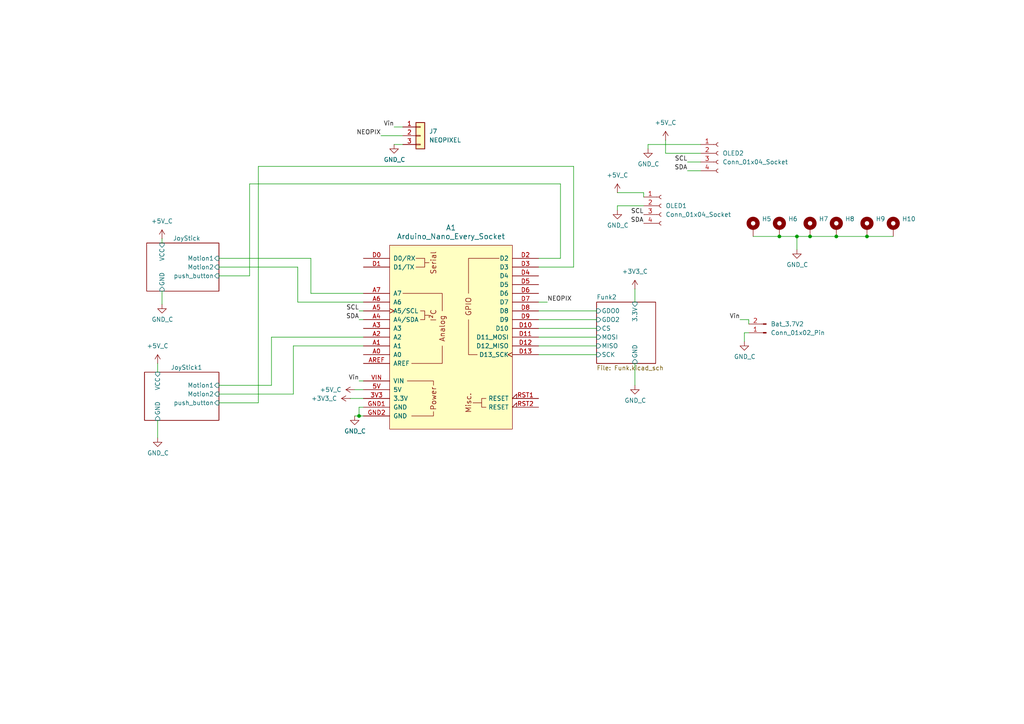
<source format=kicad_sch>
(kicad_sch (version 20231120) (generator "eeschema") (generator_version "8.0")
  (paper "A4")
  (lib_symbols
    (symbol "Connector:Conn_01x02_Pin" (pin_names (offset 1.016) hide)
      (property "Reference" "J" (at 0 2.54 0))
      (property "Value" "Conn_01x02_Pin" (at 0 -5.08 0))
      (symbol "Conn_01x02_Pin_1_1"
        (polyline (pts (xy 1.27 -2.54) (xy 0.8636 -2.54)) (stroke (width 0.1524)))
        (polyline (pts (xy 1.27 0) (xy 0.8636 0)) (stroke (width 0.1524)))
        (rectangle (start 0.8636 -2.413) (end 0 -2.667) (stroke (width 0.1524)) (fill (type outline)))
        (rectangle (start 0.8636 0.127) (end 0 -0.127) (stroke (width 0.1524)) (fill (type outline)))
        (pin passive line (at 5.08 0 180) (length 3.81) (name "Pin_1") (number "1"))
        (pin passive line (at 5.08 -2.54 180) (length 3.81) (name "Pin_2") (number "2"))
      )
    )
    (symbol "Connector:Conn_01x04_Socket" (pin_names (offset 1.016) hide)
      (property "Reference" "J" (at 0 5.08 0))
      (property "Value" "Conn_01x04_Socket" (at 0 -7.62 0))
      (symbol "Conn_01x04_Socket_1_1"
        (arc (start 0 -4.572) (mid -0.5058 -5.08) (end 0 -5.588) (stroke (width 0.1524)))
        (arc (start 0 -2.032) (mid -0.5058 -2.54) (end 0 -3.048) (stroke (width 0.1524)))
        (polyline (pts (xy -1.27 -5.08) (xy -0.508 -5.08)) (stroke (width 0.1524)))
        (polyline (pts (xy -1.27 -2.54) (xy -0.508 -2.54)) (stroke (width 0.1524)))
        (polyline (pts (xy -1.27 0) (xy -0.508 0)) (stroke (width 0.1524)))
        (polyline (pts (xy -1.27 2.54) (xy -0.508 2.54)) (stroke (width 0.1524)))
        (arc (start 0 0.508) (mid -0.5058 0) (end 0 -0.508) (stroke (width 0.1524)))
        (arc (start 0 3.048) (mid -0.5058 2.54) (end 0 2.032) (stroke (width 0.1524)))
        (pin passive line (at -5.08 2.54 0) (length 3.81) (name "Pin_1") (number "1"))
        (pin passive line (at -5.08 0 0) (length 3.81) (name "Pin_2") (number "2"))
        (pin passive line (at -5.08 -2.54 0) (length 3.81) (name "Pin_3") (number "3"))
        (pin passive line (at -5.08 -5.08 0) (length 3.81) (name "Pin_4") (number "4"))
      )
    )
    (symbol "Connector_Generic:Conn_01x03" (pin_names (offset 1.016) hide)
      (property "Reference" "J" (at 0 5.08 0))
      (property "Value" "Conn_01x03" (at 0 -5.08 0))
      (symbol "Conn_01x03_1_1"
        (rectangle (start -1.27 -2.413) (end 0 -2.667) (stroke (width 0.1524)))
        (rectangle (start -1.27 0.127) (end 0 -0.127) (stroke (width 0.1524)))
        (rectangle (start -1.27 2.667) (end 0 2.413) (stroke (width 0.1524)))
        (rectangle (start -1.27 3.81) (end 1.27 -3.81) (stroke (width 0.254)) (fill (type background)))
        (pin passive line (at -5.08 2.54 0) (length 3.81) (name "Pin_1") (number "1"))
        (pin passive line (at -5.08 0 0) (length 3.81) (name "Pin_2") (number "2"))
        (pin passive line (at -5.08 -2.54 0) (length 3.81) (name "Pin_3") (number "3"))
      )
    )
    (symbol "Mechanical:MountingHole_Pad" (pin_numbers hide) (pin_names (offset 1.016) hide)
      (property "Reference" "H" (at 0 6.35 0))
      (property "Value" "MountingHole_Pad" (at 0 4.445 0))
      (symbol "MountingHole_Pad_0_1"
        (circle (center 0 1.27) (radius 1.27) (stroke (width 1.27)))
      )
      (symbol "MountingHole_Pad_1_1"
        (pin input line (at 0 -2.54 90) (length 2.54) (name "1") (number "1"))
      )
    )
    (symbol "PCM_arduino-library:Arduino_Nano_Every_Socket" (pin_names (offset 1.016))
      (property "Reference" "A" (at 0 33.02 0))
      (property "Value" "Arduino_Nano_Every_Socket" (at 0 29.21 0))
      (symbol "Arduino_Nano_Every_Socket_0_0"
        (rectangle (start -17.78 26.67) (end 17.78 -26.67) (fill (type background)))
        (polyline (pts (xy -7.62 6.35) (xy -6.35 6.35)))
        (polyline (pts (xy -7.62 21.59) (xy -6.35 21.59)))
        (polyline (pts (xy 8.89 -19.05) (xy 6.35 -19.05)))
        (polyline (pts (xy -11.43 -22.86) (xy -5.08 -22.86) (xy -5.08 -21.59)))
        (polyline (pts (xy -5.08 -13.97) (xy -5.08 -12.7) (xy -12.7 -12.7)))
        (polyline (pts (xy -10.16 22.86) (xy -7.62 22.86) (xy -7.62 20.32) (xy -10.16 20.32)))
        (polyline (pts (xy -8.89 7.62) (xy -7.62 7.62) (xy -7.62 5.08) (xy -8.89 5.08)))
        (text "Analog" (at -2.54 2.54 900) (effects (font (size 1.524 1.524))))
        (text "I²C" (at -5.08 6.35 900) (effects (font (size 1.524 1.524))))
        (text "Misc." (at 5.08 -19.05 900) (effects (font (size 1.524 1.524))))
        (text "Power" (at -5.08 -17.78 900) (effects (font (size 1.524 1.524))))
        (text "Serial" (at -5.08 21.59 900) (effects (font (size 1.524 1.524))))
      )
      (symbol "Arduino_Nano_Every_Socket_0_1"
        (polyline (pts (xy -13.97 12.7) (xy -2.54 12.7) (xy -2.54 7.62)))
        (polyline (pts (xy -11.43 -7.62) (xy -2.54 -7.62) (xy -2.54 -2.54)))
        (polyline (pts (xy 7.62 -5.08) (xy 5.08 -5.08) (xy 5.08 5.08)))
        (polyline (pts (xy 13.97 22.86) (xy 5.08 22.86) (xy 5.08 12.7)))
        (polyline (pts (xy 10.16 -17.78) (xy 8.89 -17.78) (xy 8.89 -20.32) (xy 10.16 -20.32)))
      )
      (symbol "Arduino_Nano_Every_Socket_1_0"
        (text "GPIO" (at 5.08 8.89 900) (effects (font (size 1.524 1.524))))
      )
      (symbol "Arduino_Nano_Every_Socket_1_1"
        (pin power_out line (at -25.4 -17.78 0) (length 7.62) (name "3.3V") (number "3V3"))
        (pin power_in line (at -25.4 -15.24 0) (length 7.62) (name "5V") (number "5V"))
        (pin bidirectional line (at -25.4 -5.08 0) (length 7.62) (name "A0") (number "A0"))
        (pin bidirectional line (at -25.4 -2.54 0) (length 7.62) (name "A1") (number "A1"))
        (pin bidirectional line (at -25.4 0 0) (length 7.62) (name "A2") (number "A2"))
        (pin bidirectional line (at -25.4 2.54 0) (length 7.62) (name "A3") (number "A3"))
        (pin bidirectional line (at -25.4 5.08 0) (length 7.62) (name "A4/SDA") (number "A4"))
        (pin bidirectional clock (at -25.4 7.62 0) (length 7.62) (name "A5/SCL") (number "A5"))
        (pin input line (at -25.4 10.16 0) (length 7.62) (name "A6") (number "A6"))
        (pin input line (at -25.4 12.7 0) (length 7.62) (name "A7") (number "A7"))
        (pin input line (at -25.4 -7.62 0) (length 7.62) (name "AREF") (number "AREF"))
        (pin bidirectional line (at -25.4 22.86 0) (length 7.62) (name "D0/RX") (number "D0"))
        (pin bidirectional line (at -25.4 20.32 0) (length 7.62) (name "D1/TX") (number "D1"))
        (pin bidirectional line (at 25.4 2.54 180) (length 7.62) (name "D10") (number "D10"))
        (pin bidirectional line (at 25.4 0 180) (length 7.62) (name "D11_MOSI") (number "D11"))
        (pin bidirectional line (at 25.4 -2.54 180) (length 7.62) (name "D12_MISO") (number "D12"))
        (pin bidirectional clock (at 25.4 -5.08 180) (length 7.62) (name "D13_SCK") (number "D13"))
        (pin bidirectional line (at 25.4 22.86 180) (length 7.62) (name "D2") (number "D2"))
        (pin bidirectional line (at 25.4 20.32 180) (length 7.62) (name "D3") (number "D3"))
        (pin bidirectional line (at 25.4 17.78 180) (length 7.62) (name "D4") (number "D4"))
        (pin bidirectional line (at 25.4 15.24 180) (length 7.62) (name "D5") (number "D5"))
        (pin bidirectional line (at 25.4 12.7 180) (length 7.62) (name "D6") (number "D6"))
        (pin bidirectional line (at 25.4 10.16 180) (length 7.62) (name "D7") (number "D7"))
        (pin bidirectional line (at 25.4 7.62 180) (length 7.62) (name "D8") (number "D8"))
        (pin bidirectional line (at 25.4 5.08 180) (length 7.62) (name "D9") (number "D9"))
        (pin power_in line (at -25.4 -20.32 0) (length 7.62) (name "GND") (number "GND1"))
        (pin power_in line (at -25.4 -22.86 0) (length 7.62) (name "GND") (number "GND2"))
        (pin open_collector input_low (at 25.4 -17.78 180) (length 7.62) (name "RESET") (number "RST1"))
        (pin open_collector input_low (at 25.4 -20.32 180) (length 7.62) (name "RESET") (number "RST2"))
        (pin power_in line (at -25.4 -12.7 0) (length 7.62) (name "VIN") (number "VIN"))
      )
    )
    (symbol "power:+5V" (power) (pin_numbers hide) (pin_names (offset 0) hide)
      (property "Value" "+5V" (at 0 3.556 0))
      (symbol "+5V_0_1"
        (polyline (pts (xy -0.762 1.27) (xy 0 2.54)))
        (polyline (pts (xy 0 0) (xy 0 2.54)))
        (polyline (pts (xy 0 2.54) (xy 0.762 1.27)))
      )
      (symbol "+5V_1_1"
        (pin power_in line (at 0 0 90) (length 0) (name "~") (number "1"))
      )
    )
    (symbol "power:GND" (power) (pin_names (offset 0))
      (property "Value" "GND" (at 0 -3.81 0))
      (symbol "GND_0_1"
        (polyline (pts (xy 0 0) (xy 0 -1.27) (xy 1.27 -1.27) (xy 0 -2.54) (xy -1.27 -1.27) (xy 0 -1.27)))
      )
      (symbol "GND_1_1"
        (pin power_in line (at 0 0 270) (length 0) hide (name "GND") (number "1"))
      )
    )
  )
  (junction (at 234.95 68.58))
  (junction (at 242.57 68.58))
  (junction (at 251.46 68.58))
  (junction (at 231.14 68.58))
  (junction (at 226.06 68.58))
  (junction (at 104.14 120.65))
  (wire (pts (xy 156.21 100.33) (xy 173.0375 100.33)))
  (wire (pts (xy 78.74 111.76) (xy 63.5 111.76)))
  (wire (pts (xy 46.99 69.215) (xy 46.99 70.485)))
  (wire (pts (xy 102.87 120.65) (xy 104.14 120.65)))
  (wire (pts (xy 63.5 80.01) (xy 72.39 80.01)))
  (wire (pts (xy 104.14 110.49) (xy 105.41 110.49)))
  (wire (pts (xy 104.14 92.71) (xy 105.41 92.71)))
  (wire (pts (xy 199.39 46.99) (xy 203.2 46.99)))
  (wire (pts (xy 217.17 96.52) (xy 215.9 96.52)))
  (wire (pts (xy 179.07 59.69) (xy 179.07 60.96)))
  (wire (pts (xy 101.6 115.57) (xy 105.41 115.57)))
  (wire (pts (xy 46.99 84.455) (xy 46.99 88.265)))
  (wire (pts (xy 86.36 87.63) (xy 105.41 87.63)))
  (wire (pts (xy 102.87 113.03) (xy 105.41 113.03)))
  (wire (pts (xy 187.96 41.91) (xy 203.2 41.91)))
  (wire (pts (xy 78.74 97.79) (xy 78.74 111.76)))
  (wire (pts (xy 166.37 77.47) (xy 166.37 48.26)))
  (wire (pts (xy 63.5 114.3) (xy 85.09 114.3)))
  (wire (pts (xy 63.5 77.47) (xy 86.36 77.47)))
  (wire (pts (xy 104.14 90.17) (xy 105.41 90.17)))
  (wire (pts (xy 162.56 53.34) (xy 162.56 74.93)))
  (wire (pts (xy 85.09 114.3) (xy 85.09 100.33)))
  (wire (pts (xy 74.93 116.84) (xy 63.5 116.84)))
  (wire (pts (xy 179.07 55.88) (xy 186.69 55.88)))
  (wire (pts (xy 166.37 48.26) (xy 74.93 48.26)))
  (wire (pts (xy 218.44 68.58) (xy 226.06 68.58)))
  (wire (pts (xy 156.21 95.25) (xy 173.0375 95.25)))
  (wire (pts (xy 104.14 118.11) (xy 104.14 120.65)))
  (wire (pts (xy 45.72 105.41) (xy 45.72 107.95)))
  (wire (pts (xy 63.5 74.93) (xy 90.17 74.93)))
  (wire (pts (xy 251.46 68.58) (xy 259.08 68.58)))
  (wire (pts (xy 193.04 40.64) (xy 193.04 44.45)))
  (wire (pts (xy 231.14 68.58) (xy 234.95 68.58)))
  (wire (pts (xy 90.17 74.93) (xy 90.17 85.09)))
  (wire (pts (xy 104.14 120.65) (xy 105.41 120.65)))
  (wire (pts (xy 156.21 102.87) (xy 173.0375 102.87)))
  (wire (pts (xy 72.39 80.01) (xy 72.39 53.34)))
  (wire (pts (xy 184.15 105.41) (xy 184.15 111.76)))
  (wire (pts (xy 215.9 96.52) (xy 215.9 99.06)))
  (wire (pts (xy 187.96 41.91) (xy 187.96 43.18)))
  (wire (pts (xy 226.06 68.58) (xy 231.14 68.58)))
  (wire (pts (xy 234.95 68.58) (xy 242.57 68.58)))
  (wire (pts (xy 186.69 55.88) (xy 186.69 57.15)))
  (wire (pts (xy 45.72 121.92) (xy 45.72 127)))
  (wire (pts (xy 156.21 87.63) (xy 158.75 87.63)))
  (wire (pts (xy 156.21 90.17) (xy 173.0375 90.17)))
  (wire (pts (xy 90.17 85.09) (xy 105.41 85.09)))
  (wire (pts (xy 156.21 77.47) (xy 166.37 77.47)))
  (wire (pts (xy 156.21 92.71) (xy 173.0375 92.71)))
  (wire (pts (xy 186.69 59.69) (xy 179.07 59.69)))
  (wire (pts (xy 156.21 97.79) (xy 173.0375 97.79)))
  (wire (pts (xy 114.3 36.83) (xy 116.84 36.83)))
  (wire (pts (xy 162.56 74.93) (xy 156.21 74.93)))
  (wire (pts (xy 86.36 77.47) (xy 86.36 87.63)))
  (wire (pts (xy 193.04 44.45) (xy 203.2 44.45)))
  (wire (pts (xy 85.09 100.33) (xy 105.41 100.33)))
  (wire (pts (xy 72.39 53.34) (xy 162.56 53.34)))
  (wire (pts (xy 105.41 97.79) (xy 78.74 97.79)))
  (wire (pts (xy 184.15 83.82) (xy 184.15 87.63)))
  (wire (pts (xy 214.63 92.71) (xy 217.17 92.71)))
  (wire (pts (xy 231.14 68.58) (xy 231.14 72.39)))
  (wire (pts (xy 104.14 118.11) (xy 105.41 118.11)))
  (wire (pts (xy 217.17 92.71) (xy 217.17 93.98)))
  (wire (pts (xy 114.3 41.91) (xy 116.84 41.91)))
  (wire (pts (xy 74.93 48.26) (xy 74.93 116.84)))
  (wire (pts (xy 242.57 68.58) (xy 251.46 68.58)))
  (wire (pts (xy 110.49 39.37) (xy 116.84 39.37)))
  (wire (pts (xy 199.39 49.53) (xy 203.2 49.53)))
  (label "NEOPIX" (at 110.49 39.37 180))
  (label "NEOPIX" (at 158.75 87.63 0))
  (label "Vin" (at 114.3 36.83 180))
  (label "SCL" (at 199.39 46.99 180))
  (label "Vin" (at 214.63 92.71 180))
  (label "SDA" (at 186.69 64.77 180))
  (label "Vin" (at 104.14 110.49 180))
  (label "SCL" (at 186.69 62.23 180))
  (label "SDA" (at 104.14 92.71 180))
  (label "SCL" (at 104.14 90.17 180))
  (label "SDA" (at 199.39 49.53 180))
  (symbol (lib_id "power:+5V") (at 184.15 83.82 0) (unit 1)
    (property "Reference" "#PWR055" (effects (hide yes)))
    (property "Value" "+3V3_C" (at 184.15 78.74 0))
    (property "Description" "Power symbol creates a global label with name \"+5V\"" (effects (hide yes)))
  )
  (symbol (lib_id "Connector_Generic:Conn_01x03") (at 121.92 39.37 0) (unit 1)
    (property "Reference" "J7" (at 124.46 38.0999 0) (effects (justify left)))
    (property "Value" "NEOPIXEL" (at 124.46 40.6399 0) (effects (justify left)))
    (property "Footprint" "Connector_PinHeader_2.54mm:PinHeader_1x03_P2.54mm_Vertical" (effects (hide yes)))
    (property "Description" "Generic connector, single row, 01x03, script generated (kicad-library-utils/schlib/autogen/connector/)" (effects (hide yes)))
  )
  (symbol (lib_id "power:+5V") (at 102.87 113.03 90) (unit 1)
    (property "Reference" "#PWR050" (effects (hide yes)))
    (property "Value" "+5V_C" (at 99.06 113.0299 90) (effects (justify left)))
    (property "Description" "Power symbol creates a global label with name \"+5V\"" (effects (hide yes)))
  )
  (symbol (lib_id "Mechanical:MountingHole_Pad") (at 226.06 66.04 0) (unit 1)
    (property "Reference" "H6" (at 228.6 63.4999 0) (effects (justify left)))
    (property "Value" "MountingHole_Pad" (effects (hide yes)))
    (property "Footprint" "MountingHole:MountingHole_2.2mm_M2_DIN965_Pad" (effects (hide yes)))
    (property "Description" "Mounting Hole with connection" (effects (hide yes)))
  )
  (symbol (lib_id "power:GND") (at 184.15 111.76 0) (unit 1)
    (property "Reference" "#PWR056" (effects (hide yes)))
    (property "Value" "GND_C" (at 184.277 116.1542 0))
  )
  (symbol (lib_id "power:+5V") (at 46.99 69.215 0) (unit 1)
    (property "Reference" "#PWR047" (effects (hide yes)))
    (property "Value" "+5V_C" (at 46.99 64.135 0))
    (property "Description" "Power symbol creates a global label with name \"+5V\"" (effects (hide yes)))
  )
  (symbol (lib_id "Mechanical:MountingHole_Pad") (at 242.57 66.04 0) (unit 1)
    (property "Reference" "H8" (at 245.11 63.4999 0) (effects (justify left)))
    (property "Value" "MountingHole_Pad" (effects (hide yes)))
    (property "Footprint" "MountingHole:MountingHole_2.2mm_M2_DIN965_Pad" (effects (hide yes)))
    (property "Description" "Mounting Hole with connection" (effects (hide yes)))
  )
  (symbol (lib_id "power:GND") (at 102.87 120.65 0) (unit 1)
    (property "Reference" "#PWR051" (effects (hide yes)))
    (property "Value" "GND_C" (at 102.997 125.0442 0))
  )
  (symbol (lib_id "Connector:Conn_01x04_Socket") (at 208.28 44.45 0) (unit 1)
    (property "Reference" "OLED2" (at 209.55 44.4499 0) (effects (justify left)))
    (property "Value" "Conn_01x04_Socket" (at 209.55 46.9899 0) (effects (justify left)))
    (property "Footprint" "Connector_PinHeader_2.54mm:PinHeader_1x04_P2.54mm_Vertical" (effects (hide yes)))
    (property "Description" "Generic connector, single row, 01x04, script generated" (effects (hide yes)))
  )
  (symbol (lib_id "Connector:Conn_01x02_Pin") (at 222.25 96.52 180) (unit 1)
    (property "Reference" "Bat_3.7V2" (at 223.52 93.9799 0) (effects (justify right)))
    (property "Value" "Conn_01x02_Pin" (at 223.52 96.5199 0) (effects (justify right)))
    (property "Footprint" "Connector_PinSocket_2.54mm:PinSocket_1x02_P2.54mm_Vertical" (effects (hide yes)))
    (property "Description" "Generic connector, single row, 01x02, script generated" (effects (hide yes)))
  )
  (symbol (lib_id "power:GND") (at 45.72 127 0) (unit 1)
    (property "Reference" "#PWR046" (effects (hide yes)))
    (property "Value" "GND_C" (at 45.847 131.3942 0))
  )
  (symbol (lib_id "power:GND") (at 231.14 72.39 0) (unit 1)
    (property "Reference" "#PWR060" (effects (hide yes)))
    (property "Value" "GND_C" (at 231.267 76.7842 0))
  )
  (symbol (lib_id "power:+5V") (at 179.07 55.88 0) (unit 1)
    (property "Reference" "#PWR053" (effects (hide yes)))
    (property "Value" "+5V_C" (at 179.07 50.8 0))
    (property "Description" "Power symbol creates a global label with name \"+5V\"" (effects (hide yes)))
  )
  (symbol (lib_id "power:+5V") (at 193.04 40.64 0) (unit 1)
    (property "Reference" "#PWR058" (effects (hide yes)))
    (property "Value" "+5V_C" (at 193.04 35.56 0))
    (property "Description" "Power symbol creates a global label with name \"+5V\"" (effects (hide yes)))
  )
  (symbol (lib_id "power:GND") (at 114.3 41.91 0) (unit 1)
    (property "Reference" "#PWR052" (effects (hide yes)))
    (property "Value" "GND_C" (at 114.427 46.3042 0))
  )
  (symbol (lib_id "Mechanical:MountingHole_Pad") (at 259.08 66.04 0) (unit 1)
    (property "Reference" "H10" (at 261.62 63.4999 0) (effects (justify left)))
    (property "Value" "MountingHole_Pad" (effects (hide yes)))
    (property "Footprint" "MountingHole:MountingHole_2.2mm_M2_DIN965_Pad" (effects (hide yes)))
    (property "Description" "Mounting Hole with connection" (effects (hide yes)))
  )
  (symbol (lib_id "power:GND") (at 187.96 43.18 0) (unit 1)
    (property "Reference" "#PWR057" (effects (hide yes)))
    (property "Value" "GND_C" (at 188.087 47.5742 0))
  )
  (symbol (lib_id "Mechanical:MountingHole_Pad") (at 234.95 66.04 0) (unit 1)
    (property "Reference" "H7" (at 237.49 63.4999 0) (effects (justify left)))
    (property "Value" "MountingHole_Pad" (effects (hide yes)))
    (property "Footprint" "MountingHole:MountingHole_2.2mm_M2_DIN965_Pad" (effects (hide yes)))
    (property "Description" "Mounting Hole with connection" (effects (hide yes)))
  )
  (symbol (lib_id "power:+5V") (at 101.6 115.57 90) (unit 1)
    (property "Reference" "#PWR049" (effects (hide yes)))
    (property "Value" "+3V3_C" (at 97.79 115.5699 90) (effects (justify left)))
    (property "Description" "Power symbol creates a global label with name \"+5V\"" (effects (hide yes)))
  )
  (symbol (lib_id "Connector:Conn_01x04_Socket") (at 191.77 59.69 0) (unit 1)
    (property "Reference" "OLED1" (at 193.04 59.6899 0) (effects (justify left)))
    (property "Value" "Conn_01x04_Socket" (at 193.04 62.2299 0) (effects (justify left)))
    (property "Footprint" "Connector_PinHeader_2.54mm:PinHeader_1x04_P2.54mm_Vertical" (effects (hide yes)))
    (property "Description" "Generic connector, single row, 01x04, script generated" (effects (hide yes)))
  )
  (symbol (lib_id "Mechanical:MountingHole_Pad") (at 251.46 66.04 0) (unit 1)
    (property "Reference" "H9" (at 254 63.4999 0) (effects (justify left)))
    (property "Value" "MountingHole_Pad" (effects (hide yes)))
    (property "Footprint" "MountingHole:MountingHole_2.2mm_M2_DIN965_Pad" (effects (hide yes)))
    (property "Description" "Mounting Hole with connection" (effects (hide yes)))
  )
  (symbol (lib_id "power:GND") (at 46.99 88.265 0) (unit 1)
    (property "Reference" "#PWR048" (effects (hide yes)))
    (property "Value" "GND_C" (at 47.117 92.6592 0))
  )
  (symbol (lib_id "power:GND") (at 215.9 99.06 0) (unit 1)
    (property "Reference" "#PWR059" (effects (hide yes)))
    (property "Value" "GND_C" (at 216.027 103.4542 0))
  )
  (symbol (lib_id "power:+5V") (at 45.72 105.41 0) (unit 1)
    (property "Reference" "#PWR045" (effects (hide yes)))
    (property "Value" "+5V_C" (at 45.72 100.33 0))
    (property "Description" "Power symbol creates a global label with name \"+5V\"" (effects (hide yes)))
  )
  (symbol (lib_id "power:GND") (at 179.07 60.96 0) (unit 1)
    (property "Reference" "#PWR054" (effects (hide yes)))
    (property "Value" "GND_C" (at 179.197 65.3542 0))
  )
  (symbol (lib_id "Mechanical:MountingHole_Pad") (at 218.44 66.04 0) (unit 1)
    (property "Reference" "H5" (at 220.98 63.4999 0) (effects (justify left)))
    (property "Value" "MountingHole_Pad" (effects (hide yes)))
    (property "Footprint" "MountingHole:MountingHole_2.2mm_M2_DIN965_Pad" (effects (hide yes)))
    (property "Description" "Mounting Hole with connection" (effects (hide yes)))
  )
  (symbol (lib_id "PCM_arduino-library:Arduino_Nano_Every_Socket") (at 130.81 97.79 0) (unit 1)
    (property "Reference" "A1" (at 130.81 66.04 0) (effects (font (size 1.524 1.524))))
    (property "Value" "Arduino_Nano_Every_Socket" (at 130.81 68.58 0) (effects (font (size 1.524 1.524))))
    (property "Footprint" "PCM_arduino-library:Arduino_Nano_Every_Socket" (effects (hide yes)))
    (property "Datasheet" "https://docs.arduino.cc/hardware/nano-every" (effects (hide yes)))
    (property "Description" "Socket for Arduino Nano Every" (effects (hide yes)))
  )
  (sheet (at 173.0375 87.63) (size 17.145 17.78) (stroke (width 0.1524))
    (property "Sheetname" "Funk2" (at 173.0375 86.9184 0) (effects (justify left bottom)))
    (property "Sheetfile" "Funk.kicad_sch" (at 173.0375 105.9946 0) (effects (justify left top)))
    (pin "SCK" input (at 173.0375 102.87 180))
    (pin "CS" input (at 173.0375 95.25 180))
    (pin "GDO0" input (at 173.0375 90.17 180))
    (pin "MOSI" input (at 173.0375 97.79 180))
    (pin "GDO2" input (at 173.0375 92.71 180))
    (pin "MISO" input (at 173.0375 100.33 180))
    (pin "GND" input (at 184.15 105.41 270))
    (pin "3.3V" input (at 184.15 87.63 90))
  )
  (sheet (at 42.545 70.485) (size 20.955 13.97) (stroke (width 0.1524))
    (property "Sheetname" "JoyStick" (at 50.165 69.85 0) (effects (justify left bottom)))
    (property "Sheetfile" "JoyStick.kicad_sch" (effects (hide yes)))
    (pin "GND" input (at 46.99 84.455 270))
    (pin "VCC" input (at 46.99 70.485 90))
    (pin "Motion1" input (at 63.5 74.93 0))
    (pin "Motion2" input (at 63.5 77.47 0))
    (pin "push_button" input (at 63.5 80.01 0))
  )
  (sheet (at 41.91 107.95) (size 21.59 13.97) (stroke (width 0.1524))
    (property "Sheetname" "JoyStick1" (at 49.53 107.315 0) (effects (justify left bottom)))
    (property "Sheetfile" "JoyStick.kicad_sch" (effects (hide yes)))
    (pin "GND" input (at 45.72 121.92 270))
    (pin "VCC" input (at 45.72 107.95 90))
    (pin "Motion1" input (at 63.5 111.76 0))
    (pin "Motion2" input (at 63.5 114.3 0))
    (pin "push_button" input (at 63.5 116.84 0))
  )
)
</source>
